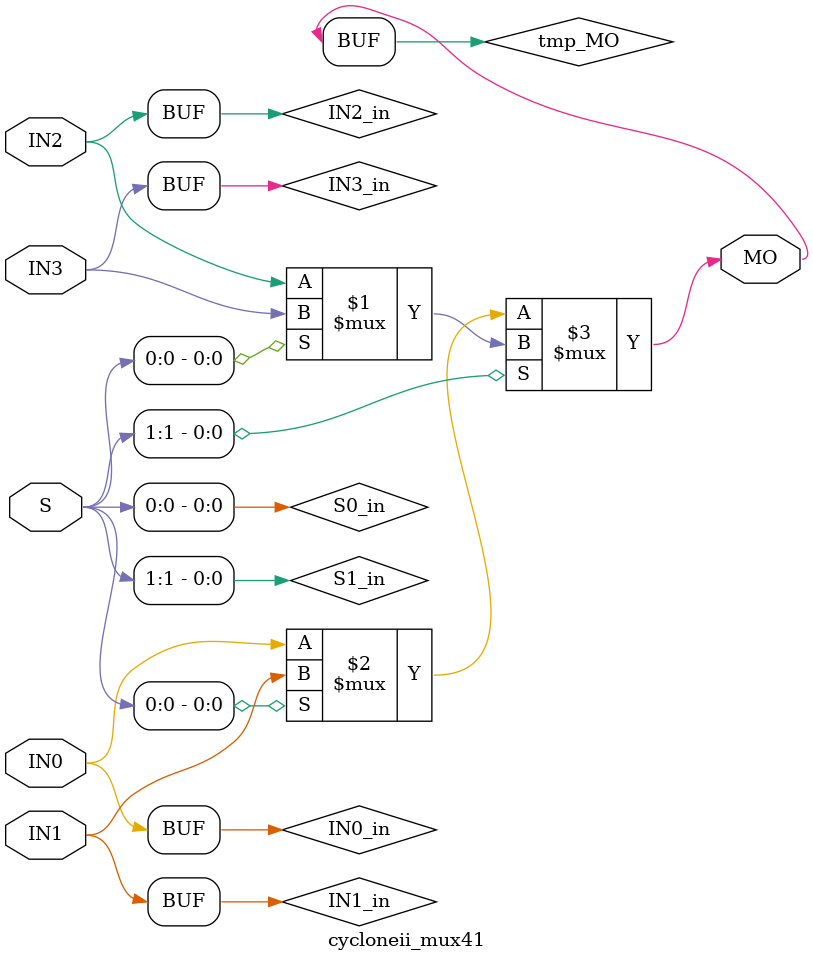
<source format=v>
module cycloneii_mux41 (MO, IN0, IN1, IN2, IN3, S);
   input IN0;
   input IN1;
   input IN2;
   input IN3;
   input [1:0] S;
   output MO;
   wire IN0_in;
   wire IN1_in;
   wire IN2_in;
   wire IN3_in;
   wire S1_in;
   wire S0_in;
   buf(IN0_in, IN0);
   buf(IN1_in, IN1);
   buf(IN2_in, IN2);
   buf(IN3_in, IN3);
   buf(S1_in, S[1]);
   buf(S0_in, S[0]);
   wire   tmp_MO;
   specify
      (IN0 => MO) = (0, 0);
      (IN1 => MO) = (0, 0);
      (IN2 => MO) = (0, 0);
      (IN3 => MO) = (0, 0);
      (S[1] => MO) = (0, 0);
      (S[0] => MO) = (0, 0);
   endspecify
   assign tmp_MO = S1_in ? (S0_in ? IN3_in : IN2_in) : (S0_in ? IN1_in : IN0_in);
   buf (MO, tmp_MO);
endmodule
</source>
